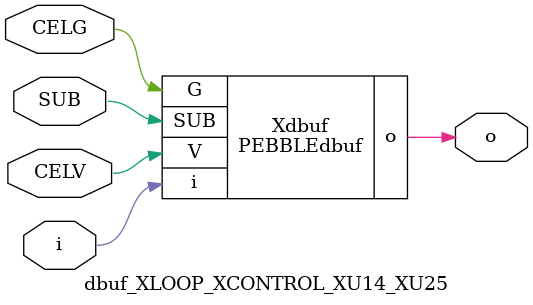
<source format=v>



module PEBBLEdbuf ( o, G, SUB, V, i );

  input V;
  input i;
  input G;
  output o;
  input SUB;
endmodule

//Celera Confidential Do Not Copy dbuf_XLOOP_XCONTROL_XU14_XU25
//Celera Confidential Symbol Generator
//Digital Buffer
module dbuf_XLOOP_XCONTROL_XU14_XU25 (CELV,CELG,i,o,SUB);
input CELV;
input CELG;
input i;
input SUB;
output o;

//Celera Confidential Do Not Copy dbuf
PEBBLEdbuf Xdbuf(
.V (CELV),
.i (i),
.o (o),
.SUB (SUB),
.G (CELG)
);
//,diesize,PEBBLEdbuf

//Celera Confidential Do Not Copy Module End
//Celera Schematic Generator
endmodule

</source>
